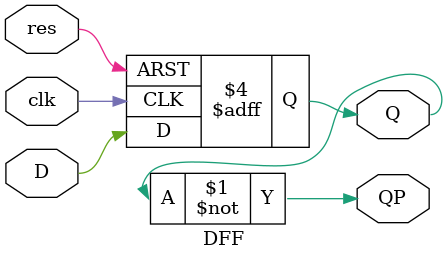
<source format=v>
`timescale 1ns / 1ns
module DFF(Q,QP,D,clk,res );
input D,clk,res ;
output reg Q ;
output QP ; 
assign QP = ~ Q ;
always @(negedge clk or negedge res ) 
begin
if( res == 1'b0 )
Q <= 1'b0 ;
else
Q <= D ;
end
endmodule
 
</source>
